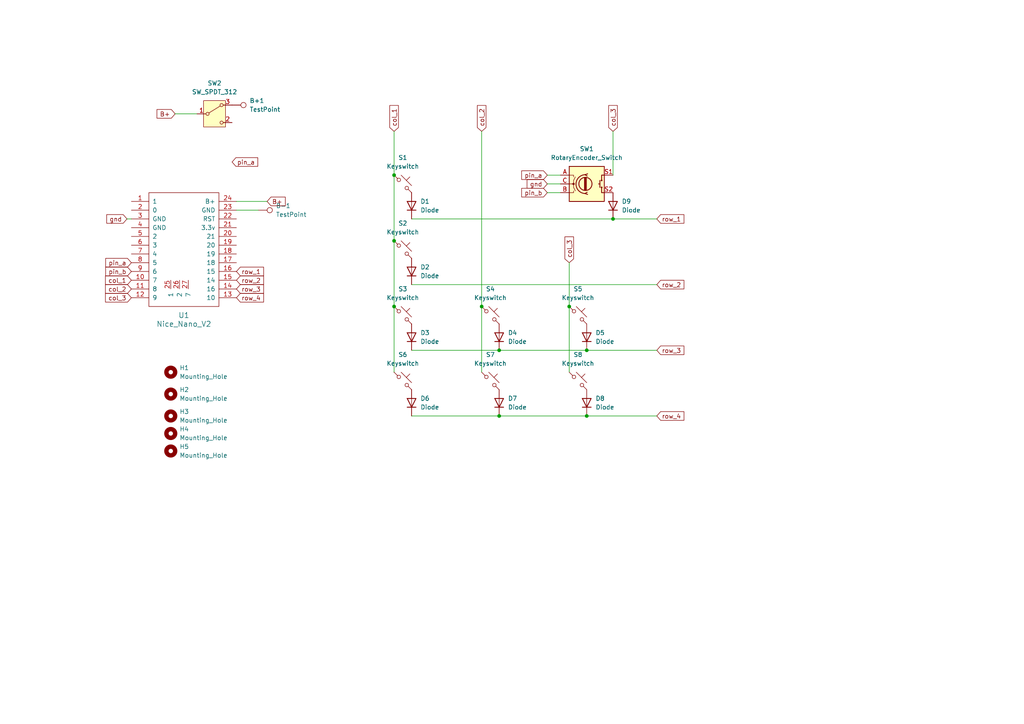
<source format=kicad_sch>
(kicad_sch (version 20250114) (generator "eeschema") (generator_version "9.0")
  (paper "A4")
  (lib_symbols
    (symbol "Connector:TestPoint" (pin_numbers (hide yes)) (pin_names (offset 0.762) (hide yes))
      (property "Reference" "TP" (at 0 6.858 0))
      (property "Value" "TestPoint" (at 0 5.08 0))
      (symbol "TestPoint_0_1"
        (circle (center 0 3.302) (radius 0.762))
      )
      (symbol "TestPoint_1_1"
        (pin passive line (at 0 0 90) (length 2.54) (name "1") (number "1"))
      )
    )
    (symbol "Device:RotaryEncoder_Switch" (pin_names (offset 0.254) (hide yes))
      (property "Reference" "SW" (at 0 6.604 0))
      (property "Value" "RotaryEncoder_Switch" (at 0 -6.604 0))
      (symbol "RotaryEncoder_Switch_0_1"
        (rectangle (start -5.08 5.08) (end 5.08 -5.08) (stroke (width 0.254)) (fill (type background)))
        (polyline (pts (xy -5.08 2.54) (xy -3.81 2.54) (xy -3.81 2.032)))
        (polyline (pts (xy -5.08 0) (xy -3.81 0) (xy -3.81 -1.016) (xy -3.302 -2.032)))
        (polyline (pts (xy -5.08 -2.54) (xy -3.81 -2.54) (xy -3.81 -2.032)))
        (polyline (pts (xy -4.318 0) (xy -3.81 0) (xy -3.81 1.016) (xy -3.302 2.032)))
        (circle (center -3.81 0) (radius 0.254) (fill (type outline)))
        (polyline (pts (xy -0.635 -1.778) (xy -0.635 1.778)) (stroke (width 0.254)))
        (circle (center -0.381 0) (radius 1.905) (stroke (width 0.254)))
        (polyline (pts (xy -0.381 -1.778) (xy -0.381 1.778)) (stroke (width 0.254)))
        (arc (start -0.381 -2.794) (mid -3.0988 -0.0635) (end -0.381 2.667) (stroke (width 0.254)))
        (polyline (pts (xy -0.127 1.778) (xy -0.127 -1.778)) (stroke (width 0.254)))
        (polyline (pts (xy 0.254 2.921) (xy -0.508 2.667) (xy 0.127 2.286)) (stroke (width 0.254)))
        (polyline (pts (xy 0.254 -3.048) (xy -0.508 -2.794) (xy 0.127 -2.413)) (stroke (width 0.254)))
        (polyline (pts (xy 3.81 1.016) (xy 3.81 -1.016)) (stroke (width 0.254)))
        (polyline (pts (xy 3.81 0) (xy 3.429 0)) (stroke (width 0.254)))
        (circle (center 4.318 1.016) (radius 0.127) (stroke (width 0.254)))
        (circle (center 4.318 -1.016) (radius 0.127) (stroke (width 0.254)))
        (polyline (pts (xy 5.08 2.54) (xy 4.318 2.54) (xy 4.318 1.016)) (stroke (width 0.254)))
        (polyline (pts (xy 5.08 -2.54) (xy 4.318 -2.54) (xy 4.318 -1.016)) (stroke (width 0.254)))
      )
      (symbol "RotaryEncoder_Switch_1_1"
        (pin passive line (at -7.62 2.54 0) (length 2.54) (name "A") (number "A"))
        (pin passive line (at -7.62 0 0) (length 2.54) (name "C") (number "C"))
        (pin passive line (at -7.62 -2.54 0) (length 2.54) (name "B") (number "B"))
        (pin passive line (at 7.62 2.54 180) (length 2.54) (name "S1") (number "S1"))
        (pin passive line (at 7.62 -2.54 180) (length 2.54) (name "S2") (number "S2"))
      )
    )
    (symbol "ScottoKeebs:MCU_Nice_Nano_V2" (pin_names (offset 1.016))
      (property "Reference" "U" (at 0 0 0))
      (property "Value" "Nice_Nano_V2" (at 0 -19.05 0))
      (symbol "MCU_Nice_Nano_V2_0_1"
        (rectangle (start -10.16 16.51) (end 10.16 -16.51))
      )
      (symbol "MCU_Nice_Nano_V2_1_1"
        (pin input line (at -15.24 13.97 0) (length 5.08) (name "1") (number "1"))
        (pin input line (at -15.24 11.43 0) (length 5.08) (name "0") (number "2"))
        (pin input line (at -15.24 8.89 0) (length 5.08) (name "GND") (number "3"))
        (pin input line (at -15.24 6.35 0) (length 5.08) (name "GND") (number "4"))
        (pin input line (at -15.24 3.81 0) (length 5.08) (name "2") (number "5"))
        (pin input line (at -15.24 1.27 0) (length 5.08) (name "3") (number "6"))
        (pin input line (at -15.24 -1.27 0) (length 5.08) (name "4") (number "7"))
        (pin input line (at -15.24 -3.81 0) (length 5.08) (name "5") (number "8"))
        (pin input line (at -15.24 -6.35 0) (length 5.08) (name "6") (number "9"))
        (pin input line (at -15.24 -8.89 0) (length 5.08) (name "7") (number "10"))
        (pin input line (at -15.24 -11.43 0) (length 5.08) (name "8") (number "11"))
        (pin input line (at -15.24 -13.97 0) (length 5.08) (name "9") (number "12"))
        (pin input line (at -3.81 -8.89 270) (length 2.5) (name "1") (number "25"))
        (pin input line (at -1.27 -8.89 270) (length 2.5) (name "2") (number "26"))
        (pin input line (at 1.27 -8.89 270) (length 2.5) (name "7") (number "27"))
        (pin input line (at 15.24 13.97 180) (length 5.08) (name "B+") (number "24"))
        (pin input line (at 15.24 11.43 180) (length 5.08) (name "GND") (number "23"))
        (pin input line (at 15.24 8.89 180) (length 5.08) (name "RST") (number "22"))
        (pin input line (at 15.24 6.35 180) (length 5.08) (name "3.3v") (number "21"))
        (pin input line (at 15.24 3.81 180) (length 5.08) (name "21") (number "20"))
        (pin input line (at 15.24 1.27 180) (length 5.08) (name "20") (number "19"))
        (pin input line (at 15.24 -1.27 180) (length 5.08) (name "19") (number "18"))
        (pin input line (at 15.24 -3.81 180) (length 5.08) (name "18") (number "17"))
        (pin input line (at 15.24 -6.35 180) (length 5.08) (name "15") (number "16"))
        (pin input line (at 15.24 -8.89 180) (length 5.08) (name "14") (number "15"))
        (pin input line (at 15.24 -11.43 180) (length 5.08) (name "16") (number "14"))
        (pin input line (at 15.24 -13.97 180) (length 5.08) (name "10") (number "13"))
      )
    )
    (symbol "ScottoKeebs:Placeholder_Diode" (pin_numbers (hide yes)) (pin_names (hide yes))
      (property "Reference" "D" (at 0 2.54 0))
      (property "Value" "Diode" (at 0 -2.54 0))
      (symbol "Placeholder_Diode_0_1"
        (polyline (pts (xy -1.27 1.27) (xy -1.27 -1.27)) (stroke (width 0.254)))
        (polyline (pts (xy 1.27 1.27) (xy 1.27 -1.27) (xy -1.27 0) (xy 1.27 1.27)) (stroke (width 0.254)))
        (polyline (pts (xy 1.27 0) (xy -1.27 0)))
      )
      (symbol "Placeholder_Diode_1_1"
        (pin passive line (at -3.81 0 0) (length 2.54) (name "K") (number "1"))
        (pin passive line (at 3.81 0 180) (length 2.54) (name "A") (number "2"))
      )
    )
    (symbol "ScottoKeebs:Placeholder_Keyswitch" (pin_numbers (hide yes)) (pin_names (offset 1.016) (hide yes))
      (property "Reference" "S" (at 3.048 1.016 0))
      (property "Value" "Keyswitch" (at 0 -3.81 0))
      (symbol "Placeholder_Keyswitch_0_1"
        (polyline (pts (xy -2.54 2.54) (xy -1.524 1.524) (xy -1.524 1.524)))
        (circle (center -1.1684 1.1684) (radius 0.508))
        (polyline (pts (xy -0.508 2.54) (xy 2.54 -0.508)))
        (polyline (pts (xy 1.016 1.016) (xy 2.032 2.032)))
        (circle (center 1.143 -1.1938) (radius 0.508))
        (polyline (pts (xy 1.524 -1.524) (xy 2.54 -2.54) (xy 2.54 -2.54) (xy 2.54 -2.54)))
        (pin passive line (at -2.54 2.54 0) (length 0) (name "1") (number "1"))
        (pin passive line (at 2.54 -2.54 180) (length 0) (name "2") (number "2"))
      )
    )
    (symbol "ScottoKeebs:Placeholder_Mounting_Hole" (pin_names (offset 1.016))
      (property "Reference" "H" (at 0 5.08 0))
      (property "Value" "Mounting_Hole" (at 0 3.175 0))
      (symbol "Placeholder_Mounting_Hole_0_1"
        (circle (center 0 0) (radius 1.27) (stroke (width 1.27)))
      )
    )
    (symbol "Switch:SW_SPDT_312" (pin_names (offset 1) (hide yes))
      (property "Reference" "SW" (at 0 5.08 0))
      (property "Value" "SW_SPDT_312" (at 0 -5.08 0))
      (symbol "SW_SPDT_312_0_1"
        (circle (center -2.032 0) (radius 0.4572))
        (polyline (pts (xy -1.651 0.254) (xy 1.651 2.286)))
        (circle (center 2.032 2.54) (radius 0.4572))
        (circle (center 2.032 -2.54) (radius 0.4572))
      )
      (symbol "SW_SPDT_312_1_1"
        (rectangle (start -3.175 3.81) (end 3.175 -3.81) (fill (type background)))
        (pin passive line (at -5.08 0 0) (length 2.54) (name "B") (number "1"))
        (pin passive line (at 5.08 2.54 180) (length 2.54) (name "A") (number "3"))
        (pin passive line (at 5.08 -2.54 180) (length 2.54) (name "C") (number "2"))
      )
    )
  )
  (junction (at 177.8 63.5))
  (junction (at 114.3 50.8))
  (junction (at 114.3 88.9))
  (junction (at 170.18 101.6))
  (junction (at 165.1 88.9))
  (junction (at 170.18 120.65))
  (junction (at 114.3 69.85))
  (junction (at 144.78 120.65))
  (junction (at 139.7 88.9))
  (junction (at 144.78 101.6))
  (wire (pts (xy 170.18 101.6) (xy 190.5 101.6)))
  (wire (pts (xy 119.38 82.55) (xy 190.5 82.55)))
  (wire (pts (xy 77.47 58.42) (xy 68.58 58.42)))
  (wire (pts (xy 139.7 88.9) (xy 139.7 107.95)))
  (wire (pts (xy 119.38 120.65) (xy 144.78 120.65)))
  (wire (pts (xy 170.18 120.65) (xy 190.5 120.65)))
  (wire (pts (xy 177.8 38.1) (xy 177.8 50.8)))
  (wire (pts (xy 158.75 53.34) (xy 162.56 53.34)))
  (wire (pts (xy 114.3 88.9) (xy 114.3 107.95)))
  (wire (pts (xy 114.3 38.1) (xy 114.3 50.8)))
  (wire (pts (xy 165.1 76.2) (xy 165.1 88.9)))
  (wire (pts (xy 165.1 88.9) (xy 165.1 107.95)))
  (wire (pts (xy 119.38 63.5) (xy 177.8 63.5)))
  (wire (pts (xy 119.38 101.6) (xy 144.78 101.6)))
  (wire (pts (xy 158.75 50.8) (xy 162.56 50.8)))
  (wire (pts (xy 177.8 63.5) (xy 190.5 63.5)))
  (wire (pts (xy 139.7 38.1) (xy 139.7 88.9)))
  (wire (pts (xy 50.8 33.02) (xy 57.15 33.02)))
  (wire (pts (xy 36.83 63.5) (xy 38.1 63.5)))
  (wire (pts (xy 144.78 101.6) (xy 170.18 101.6)))
  (wire (pts (xy 74.93 60.96) (xy 68.58 60.96)))
  (wire (pts (xy 114.3 50.8) (xy 114.3 69.85)))
  (wire (pts (xy 144.78 120.65) (xy 170.18 120.65)))
  (wire (pts (xy 114.3 69.85) (xy 114.3 88.9)))
  (wire (pts (xy 158.75 55.88) (xy 162.56 55.88)))
  (global_label "col_3" (shape input) (at 38.1 86.36 180) (property "Intersheetrefs" "${INTERSHEET_REFS}" (effects (hide yes))))
  (global_label "row_2" (shape input) (at 190.5 82.55 0) (property "Intersheetrefs" "${INTERSHEET_REFS}" (effects (hide yes))))
  (global_label "pin_b" (shape input) (at 38.1 78.74 180) (property "Intersheetrefs" "${INTERSHEET_REFS}" (effects (hide yes))))
  (global_label "gnd" (shape input) (at 158.75 53.34 180) (property "Intersheetrefs" "${INTERSHEET_REFS}" (effects (hide yes))))
  (global_label "row_1" (shape input) (at 190.5 63.5 0) (property "Intersheetrefs" "${INTERSHEET_REFS}" (effects (hide yes))))
  (global_label "gnd" (shape input) (at 36.83 63.5 180) (property "Intersheetrefs" "${INTERSHEET_REFS}" (effects (hide yes))))
  (global_label "col_1" (shape input) (at 114.3 38.1 90) (property "Intersheetrefs" "${INTERSHEET_REFS}" (effects (hide yes))))
  (global_label "row_3" (shape input) (at 190.5 101.6 0) (property "Intersheetrefs" "${INTERSHEET_REFS}" (effects (hide yes))))
  (global_label "col_2" (shape input) (at 38.1 83.82 180) (property "Intersheetrefs" "${INTERSHEET_REFS}" (effects (hide yes))))
  (global_label "row_1" (shape input) (at 68.58 78.74 0) (property "Intersheetrefs" "${INTERSHEET_REFS}" (effects (hide yes))))
  (global_label "row_4" (shape input) (at 68.58 86.36 0) (property "Intersheetrefs" "${INTERSHEET_REFS}" (effects (hide yes))))
  (global_label "pin_a" (shape input) (at 38.1 76.2 180) (property "Intersheetrefs" "${INTERSHEET_REFS}" (effects (hide yes))))
  (global_label "row_3" (shape input) (at 68.58 83.82 0) (property "Intersheetrefs" "${INTERSHEET_REFS}" (effects (hide yes))))
  (global_label "pin_b" (shape input) (at 158.75 55.88 180) (property "Intersheetrefs" "${INTERSHEET_REFS}" (effects (hide yes))))
  (global_label "col_3" (shape input) (at 177.8 38.1 90) (property "Intersheetrefs" "${INTERSHEET_REFS}" (effects (hide yes))))
  (global_label "B+" (shape input) (at 50.8 33.02 180) (property "Intersheetrefs" "${INTERSHEET_REFS}" (effects (hide yes))))
  (global_label "pin_a" (shape input) (at 67.31 46.99 0) (property "Intersheetrefs" "${INTERSHEET_REFS}" (effects (hide yes))))
  (global_label "col_3" (shape input) (at 165.1 76.2 90) (property "Intersheetrefs" "${INTERSHEET_REFS}" (effects (hide yes))))
  (global_label "col_2" (shape input) (at 139.7 38.1 90) (property "Intersheetrefs" "${INTERSHEET_REFS}" (effects (hide yes))))
  (global_label "B+" (shape input) (at 77.47 58.42 0) (property "Intersheetrefs" "${INTERSHEET_REFS}" (effects (hide yes))))
  (global_label "row_2" (shape input) (at 68.58 81.28 0) (property "Intersheetrefs" "${INTERSHEET_REFS}" (effects (hide yes))))
  (global_label "pin_a" (shape input) (at 158.75 50.8 180) (property "Intersheetrefs" "${INTERSHEET_REFS}" (effects (hide yes))))
  (global_label "row_4" (shape input) (at 190.5 120.65 0) (property "Intersheetrefs" "${INTERSHEET_REFS}" (effects (hide yes))))
  (global_label "col_1" (shape input) (at 38.1 81.28 180) (property "Intersheetrefs" "${INTERSHEET_REFS}" (effects (hide yes))))
  (symbol (lib_id "ScottoKeebs:Placeholder_Diode") (at 170.18 116.84 90) (unit 1)
    (property "Reference" "D8" (at 172.72 115.5699 90) (effects (justify right)))
    (property "Value" "Diode" (at 172.72 118.1099 90) (effects (justify right)))
    (property "Footprint" "ScottoKeebs_Components:Diode_DO-35" (effects (hide yes)))
    (property "Description" "1N4148 (DO-35) or 1N4148W (SOD-123)" (effects (hide yes)))
    (property "Sim.Device" "D" (effects (hide yes)))
    (property "Sim.Pins" "1=K 2=A" (effects (hide yes)))
  )
  (symbol (lib_id "ScottoKeebs:Placeholder_Keyswitch") (at 116.84 110.49 0) (unit 1)
    (property "Reference" "S6" (at 116.84 102.87 0))
    (property "Value" "Keyswitch" (at 116.84 105.41 0))
    (property "Footprint" "ScottoKeebs_Scotto:MX_Solder_1.00u" (effects (hide yes)))
    (property "Description" "Push button switch, normally open, two pins, 45° tilted" (effects (hide yes)))
  )
  (symbol (lib_id "Connector:TestPoint") (at 67.31 30.48 270) (unit 1)
    (property "Reference" "B+1" (at 72.39 29.2099 90) (effects (justify left)))
    (property "Value" "TestPoint" (at 72.39 31.7499 90) (effects (justify left)))
    (property "Footprint" "ScottoKeebs_Scotto:TestPoint" (effects (hide yes)))
    (property "Description" "test point" (effects (hide yes)))
  )
  (symbol (lib_id "ScottoKeebs:Placeholder_Keyswitch") (at 116.84 53.34 0) (unit 1)
    (property "Reference" "S1" (at 116.84 45.72 0))
    (property "Value" "Keyswitch" (at 116.84 48.26 0))
    (property "Footprint" "ScottoKeebs_Scotto:MX_Solder_1.00u" (effects (hide yes)))
    (property "Description" "Push button switch, normally open, two pins, 45° tilted" (effects (hide yes)))
  )
  (symbol (lib_id "ScottoKeebs:Placeholder_Mounting_Hole") (at 49.53 125.73 0) (unit 1)
    (property "Reference" "H4" (at 52.07 124.4599 0) (effects (justify left)))
    (property "Value" "Mounting_Hole" (at 52.07 126.9999 0) (effects (justify left)))
    (property "Footprint" "MountingHole:MountingHole_2.2mm_M2" (effects (hide yes)))
    (property "Description" "Mounting Hole without connection" (effects (hide yes)))
  )
  (symbol (lib_id "ScottoKeebs:Placeholder_Keyswitch") (at 116.84 72.39 0) (unit 1)
    (property "Reference" "S2" (at 116.84 64.77 0))
    (property "Value" "Keyswitch" (at 116.84 67.31 0))
    (property "Footprint" "ScottoKeebs_Scotto:MX_Solder_1.00u" (effects (hide yes)))
    (property "Description" "Push button switch, normally open, two pins, 45° tilted" (effects (hide yes)))
  )
  (symbol (lib_id "ScottoKeebs:Placeholder_Diode") (at 119.38 59.69 90) (unit 1)
    (property "Reference" "D1" (at 121.92 58.4199 90) (effects (justify right)))
    (property "Value" "Diode" (at 121.92 60.9599 90) (effects (justify right)))
    (property "Footprint" "ScottoKeebs_Components:Diode_DO-35" (effects (hide yes)))
    (property "Description" "1N4148 (DO-35) or 1N4148W (SOD-123)" (effects (hide yes)))
    (property "Sim.Device" "D" (effects (hide yes)))
    (property "Sim.Pins" "1=K 2=A" (effects (hide yes)))
  )
  (symbol (lib_id "ScottoKeebs:Placeholder_Diode") (at 144.78 116.84 90) (unit 1)
    (property "Reference" "D7" (at 147.32 115.5699 90) (effects (justify right)))
    (property "Value" "Diode" (at 147.32 118.1099 90) (effects (justify right)))
    (property "Footprint" "ScottoKeebs_Components:Diode_DO-35" (effects (hide yes)))
    (property "Description" "1N4148 (DO-35) or 1N4148W (SOD-123)" (effects (hide yes)))
    (property "Sim.Device" "D" (effects (hide yes)))
    (property "Sim.Pins" "1=K 2=A" (effects (hide yes)))
  )
  (symbol (lib_id "ScottoKeebs:Placeholder_Diode") (at 119.38 78.74 90) (unit 1)
    (property "Reference" "D2" (at 121.92 77.4699 90) (effects (justify right)))
    (property "Value" "Diode" (at 121.92 80.0099 90) (effects (justify right)))
    (property "Footprint" "ScottoKeebs_Components:Diode_DO-35" (effects (hide yes)))
    (property "Description" "1N4148 (DO-35) or 1N4148W (SOD-123)" (effects (hide yes)))
    (property "Sim.Device" "D" (effects (hide yes)))
    (property "Sim.Pins" "1=K 2=A" (effects (hide yes)))
  )
  (symbol (lib_id "ScottoKeebs:Placeholder_Keyswitch") (at 167.64 91.44 0) (unit 1)
    (property "Reference" "S5" (at 167.64 83.82 0))
    (property "Value" "Keyswitch" (at 167.64 86.36 0))
    (property "Footprint" "ScottoKeebs_Scotto:MX_Solder_1.00u" (effects (hide yes)))
    (property "Description" "Push button switch, normally open, two pins, 45° tilted" (effects (hide yes)))
  )
  (symbol (lib_id "ScottoKeebs:Placeholder_Keyswitch") (at 142.24 91.44 0) (unit 1)
    (property "Reference" "S4" (at 142.24 83.82 0))
    (property "Value" "Keyswitch" (at 142.24 86.36 0))
    (property "Footprint" "ScottoKeebs_Scotto:MX_Solder_1.00u" (effects (hide yes)))
    (property "Description" "Push button switch, normally open, two pins, 45° tilted" (effects (hide yes)))
  )
  (symbol (lib_id "ScottoKeebs:Placeholder_Keyswitch") (at 116.84 91.44 0) (unit 1)
    (property "Reference" "S3" (at 116.84 83.82 0))
    (property "Value" "Keyswitch" (at 116.84 86.36 0))
    (property "Footprint" "ScottoKeebs_Scotto:MX_Solder_1.00u" (effects (hide yes)))
    (property "Description" "Push button switch, normally open, two pins, 45° tilted" (effects (hide yes)))
  )
  (symbol (lib_id "ScottoKeebs:Placeholder_Keyswitch") (at 142.24 110.49 0) (unit 1)
    (property "Reference" "S7" (at 142.24 102.87 0))
    (property "Value" "Keyswitch" (at 142.24 105.41 0))
    (property "Footprint" "ScottoKeebs_Scotto:MX_Solder_1.00u" (effects (hide yes)))
    (property "Description" "Push button switch, normally open, two pins, 45° tilted" (effects (hide yes)))
  )
  (symbol (lib_id "ScottoKeebs:Placeholder_Mounting_Hole") (at 49.53 107.95 0) (unit 1)
    (property "Reference" "H1" (at 52.07 106.6799 0) (effects (justify left)))
    (property "Value" "Mounting_Hole" (at 52.07 109.2199 0) (effects (justify left)))
    (property "Footprint" "MountingHole:MountingHole_2.2mm_M2" (effects (hide yes)))
    (property "Description" "Mounting Hole without connection" (effects (hide yes)))
  )
  (symbol (lib_id "ScottoKeebs:Placeholder_Diode") (at 119.38 116.84 90) (unit 1)
    (property "Reference" "D6" (at 121.92 115.5699 90) (effects (justify right)))
    (property "Value" "Diode" (at 121.92 118.1099 90) (effects (justify right)))
    (property "Footprint" "ScottoKeebs_Components:Diode_DO-35" (effects (hide yes)))
    (property "Description" "1N4148 (DO-35) or 1N4148W (SOD-123)" (effects (hide yes)))
    (property "Sim.Device" "D" (effects (hide yes)))
    (property "Sim.Pins" "1=K 2=A" (effects (hide yes)))
  )
  (symbol (lib_id "ScottoKeebs:Placeholder_Diode") (at 119.38 97.79 90) (unit 1)
    (property "Reference" "D3" (at 121.92 96.5199 90) (effects (justify right)))
    (property "Value" "Diode" (at 121.92 99.0599 90) (effects (justify right)))
    (property "Footprint" "ScottoKeebs_Components:Diode_DO-35" (effects (hide yes)))
    (property "Description" "1N4148 (DO-35) or 1N4148W (SOD-123)" (effects (hide yes)))
    (property "Sim.Device" "D" (effects (hide yes)))
    (property "Sim.Pins" "1=K 2=A" (effects (hide yes)))
  )
  (symbol (lib_id "ScottoKeebs:Placeholder_Mounting_Hole") (at 49.53 130.81 0) (unit 1)
    (property "Reference" "H5" (at 52.07 129.5399 0) (effects (justify left)))
    (property "Value" "Mounting_Hole" (at 52.07 132.0799 0) (effects (justify left)))
    (property "Footprint" "MountingHole:MountingHole_2.2mm_M2" (effects (hide yes)))
    (property "Description" "Mounting Hole without connection" (effects (hide yes)))
  )
  (symbol (lib_id "Connector:TestPoint") (at 74.93 60.96 270) (unit 1)
    (property "Reference" "B-1" (at 80.01 59.6899 90) (effects (justify left)))
    (property "Value" "TestPoint" (at 80.01 62.2299 90) (effects (justify left)))
    (property "Footprint" "ScottoKeebs_Scotto:TestPoint" (effects (hide yes)))
    (property "Description" "test point" (effects (hide yes)))
  )
  (symbol (lib_id "Device:RotaryEncoder_Switch") (at 170.18 53.34 0) (unit 1)
    (property "Reference" "SW1" (at 170.18 43.18 0))
    (property "Value" "RotaryEncoder_Switch" (at 170.18 45.72 0))
    (property "Footprint" "ScottoKeebs_Scotto:Encoder_EC11_MX" (effects (hide yes)))
    (property "Description" "Rotary encoder, dual channel, incremental quadrate outputs, with switch" (effects (hide yes)))
  )
  (symbol (lib_id "ScottoKeebs:Placeholder_Mounting_Hole") (at 49.53 114.3 0) (unit 1)
    (property "Reference" "H2" (at 52.07 113.0299 0) (effects (justify left)))
    (property "Value" "Mounting_Hole" (at 52.07 115.5699 0) (effects (justify left)))
    (property "Footprint" "MountingHole:MountingHole_2.2mm_M2" (effects (hide yes)))
    (property "Description" "Mounting Hole without connection" (effects (hide yes)))
  )
  (symbol (lib_id "ScottoKeebs:Placeholder_Diode") (at 177.8 59.69 90) (unit 1)
    (property "Reference" "D9" (at 180.34 58.4199 90) (effects (justify right)))
    (property "Value" "Diode" (at 180.34 60.9599 90) (effects (justify right)))
    (property "Footprint" "ScottoKeebs_Components:Diode_DO-35" (effects (hide yes)))
    (property "Description" "1N4148 (DO-35) or 1N4148W (SOD-123)" (effects (hide yes)))
    (property "Sim.Device" "D" (effects (hide yes)))
    (property "Sim.Pins" "1=K 2=A" (effects (hide yes)))
  )
  (symbol (lib_id "ScottoKeebs:Placeholder_Mounting_Hole") (at 49.53 120.65 0) (unit 1)
    (property "Reference" "H3" (at 52.07 119.3799 0) (effects (justify left)))
    (property "Value" "Mounting_Hole" (at 52.07 121.9199 0) (effects (justify left)))
    (property "Footprint" "MountingHole:MountingHole_2.2mm_M2" (effects (hide yes)))
    (property "Description" "Mounting Hole without connection" (effects (hide yes)))
  )
  (symbol (lib_id "ScottoKeebs:Placeholder_Diode") (at 170.18 97.79 90) (unit 1)
    (property "Reference" "D5" (at 172.72 96.5199 90) (effects (justify right)))
    (property "Value" "Diode" (at 172.72 99.0599 90) (effects (justify right)))
    (property "Footprint" "ScottoKeebs_Components:Diode_DO-35" (effects (hide yes)))
    (property "Description" "1N4148 (DO-35) or 1N4148W (SOD-123)" (effects (hide yes)))
    (property "Sim.Device" "D" (effects (hide yes)))
    (property "Sim.Pins" "1=K 2=A" (effects (hide yes)))
  )
  (symbol (lib_id "Switch:SW_SPDT_312") (at 62.23 33.02 0) (unit 1)
    (property "Reference" "SW2" (at 62.23 24.13 0))
    (property "Value" "SW_SPDT_312" (at 62.23 26.67 0))
    (property "Footprint" "lander03xD:SW_Vertical_Slide_5mm" (effects (hide yes)))
    (property "Description" "Switch, single pole double throw" (effects (hide yes)))
  )
  (symbol (lib_id "ScottoKeebs:MCU_Nice_Nano_V2") (at 53.34 72.39 0) (unit 1)
    (property "Reference" "U1" (at 53.34 91.44 0) (effects (font (size 1.524 1.524))))
    (property "Value" "Nice_Nano_V2" (at 53.34 93.98 0) (effects (font (size 1.524 1.524))))
    (property "Footprint" "ScottoKeebs_MCU:Nice_Nano_V2" (effects (hide yes)))
  )
  (symbol (lib_id "ScottoKeebs:Placeholder_Keyswitch") (at 167.64 110.49 0) (unit 1)
    (property "Reference" "S8" (at 167.64 102.87 0))
    (property "Value" "Keyswitch" (at 167.64 105.41 0))
    (property "Footprint" "ScottoKeebs_Scotto:MX_Solder_1.00u" (effects (hide yes)))
    (property "Description" "Push button switch, normally open, two pins, 45° tilted" (effects (hide yes)))
  )
  (symbol (lib_id "ScottoKeebs:Placeholder_Diode") (at 144.78 97.79 90) (unit 1)
    (property "Reference" "D4" (at 147.32 96.5199 90) (effects (justify right)))
    (property "Value" "Diode" (at 147.32 99.0599 90) (effects (justify right)))
    (property "Footprint" "ScottoKeebs_Components:Diode_DO-35" (effects (hide yes)))
    (property "Description" "1N4148 (DO-35) or 1N4148W (SOD-123)" (effects (hide yes)))
    (property "Sim.Device" "D" (effects (hide yes)))
    (property "Sim.Pins" "1=K 2=A" (effects (hide yes)))
  )
)
</source>
